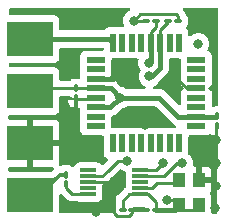
<source format=gbr>
%TF.GenerationSoftware,KiCad,Pcbnew,(6.0.10)*%
%TF.CreationDate,2023-05-20T13:35:36+10:00*%
%TF.ProjectId,DFO,44464f2e-6b69-4636-9164-5f7063625858,rev?*%
%TF.SameCoordinates,Original*%
%TF.FileFunction,Copper,L1,Top*%
%TF.FilePolarity,Positive*%
%FSLAX46Y46*%
G04 Gerber Fmt 4.6, Leading zero omitted, Abs format (unit mm)*
G04 Created by KiCad (PCBNEW (6.0.10)) date 2023-05-20 13:35:36*
%MOMM*%
%LPD*%
G01*
G04 APERTURE LIST*
G04 Aperture macros list*
%AMRoundRect*
0 Rectangle with rounded corners*
0 $1 Rounding radius*
0 $2 $3 $4 $5 $6 $7 $8 $9 X,Y pos of 4 corners*
0 Add a 4 corners polygon primitive as box body*
4,1,4,$2,$3,$4,$5,$6,$7,$8,$9,$2,$3,0*
0 Add four circle primitives for the rounded corners*
1,1,$1+$1,$2,$3*
1,1,$1+$1,$4,$5*
1,1,$1+$1,$6,$7*
1,1,$1+$1,$8,$9*
0 Add four rect primitives between the rounded corners*
20,1,$1+$1,$2,$3,$4,$5,0*
20,1,$1+$1,$4,$5,$6,$7,0*
20,1,$1+$1,$6,$7,$8,$9,0*
20,1,$1+$1,$8,$9,$2,$3,0*%
G04 Aperture macros list end*
%TA.AperFunction,SMDPad,CuDef*%
%ADD10R,1.100000X1.300000*%
%TD*%
%TA.AperFunction,SMDPad,CuDef*%
%ADD11R,4.000000X3.000000*%
%TD*%
%TA.AperFunction,SMDPad,CuDef*%
%ADD12RoundRect,0.100000X-0.100000X0.217500X-0.100000X-0.217500X0.100000X-0.217500X0.100000X0.217500X0*%
%TD*%
%TA.AperFunction,SMDPad,CuDef*%
%ADD13RoundRect,0.100000X-0.217500X-0.100000X0.217500X-0.100000X0.217500X0.100000X-0.217500X0.100000X0*%
%TD*%
%TA.AperFunction,SMDPad,CuDef*%
%ADD14RoundRect,0.100000X0.217500X0.100000X-0.217500X0.100000X-0.217500X-0.100000X0.217500X-0.100000X0*%
%TD*%
%TA.AperFunction,SMDPad,CuDef*%
%ADD15R,1.400000X0.300000*%
%TD*%
%TA.AperFunction,SMDPad,CuDef*%
%ADD16R,1.600000X0.550000*%
%TD*%
%TA.AperFunction,SMDPad,CuDef*%
%ADD17R,0.550000X1.600000*%
%TD*%
%TA.AperFunction,SMDPad,CuDef*%
%ADD18RoundRect,0.100000X0.100000X-0.217500X0.100000X0.217500X-0.100000X0.217500X-0.100000X-0.217500X0*%
%TD*%
%TA.AperFunction,ViaPad*%
%ADD19C,0.800000*%
%TD*%
%TA.AperFunction,Conductor*%
%ADD20C,0.250000*%
%TD*%
%TA.AperFunction,Conductor*%
%ADD21C,0.450000*%
%TD*%
%TA.AperFunction,Conductor*%
%ADD22C,0.456000*%
%TD*%
%TA.AperFunction,Conductor*%
%ADD23C,0.350000*%
%TD*%
G04 APERTURE END LIST*
D10*
%TO.P,X1,1,EN*%
%TO.N,+3.3V*%
X108809998Y-76610000D03*
%TO.P,X1,2,GND*%
%TO.N,GND*%
X108809998Y-74510000D03*
%TO.P,X1,3,OUT*%
%TO.N,Net-(U1-Pad2)*%
X107159998Y-74510000D03*
%TO.P,X1,4,Vdd*%
%TO.N,+3.3V*%
X107159998Y-76610000D03*
%TD*%
D11*
%TO.P,,1*%
%TO.N,Net-(H10-Pad1)*%
X94480000Y-75790000D03*
%TD*%
D12*
%TO.P,C2,1*%
%TO.N,+3.3V*%
X110330000Y-69082500D03*
%TO.P,C2,2*%
%TO.N,GND*%
X110330000Y-69897500D03*
%TD*%
D13*
%TO.P,C1,1*%
%TO.N,+3.3V*%
X102352500Y-77000000D03*
%TO.P,C1,2*%
%TO.N,GND*%
X103167500Y-77000000D03*
%TD*%
%TO.P,R1,1*%
%TO.N,+3.3V*%
X104332500Y-61010000D03*
%TO.P,R1,2*%
%TO.N,i2c-SCL*%
X105147500Y-61010000D03*
%TD*%
D14*
%TO.P,R2,1*%
%TO.N,+3.3V*%
X107037500Y-61010000D03*
%TO.P,R2,2*%
%TO.N,i2c-SDA*%
X106222500Y-61010000D03*
%TD*%
D12*
%TO.P,C6,1*%
%TO.N,+3.3V*%
X98410000Y-66722500D03*
%TO.P,C6,2*%
%TO.N,GND*%
X98410000Y-67537500D03*
%TD*%
D15*
%TO.P,U1,1,VDD*%
%TO.N,+3.3V*%
X103830000Y-75660000D03*
%TO.P,U1,2,XA*%
%TO.N,Net-(U1-Pad2)*%
X103830000Y-75160000D03*
%TO.P,U1,3,XB*%
%TO.N,unconnected-(U1-Pad3)*%
X103830000Y-74660000D03*
%TO.P,U1,4,SCL*%
%TO.N,i2c-SCL*%
X103830000Y-74160000D03*
%TO.P,U1,5,SDA*%
%TO.N,i2c-SDA*%
X103830000Y-73660000D03*
%TO.P,U1,6,CLK2*%
%TO.N,unconnected-(U1-Pad6)*%
X99430000Y-73660000D03*
%TO.P,U1,7,VDDO*%
%TO.N,+3.3V*%
X99430000Y-74160000D03*
%TO.P,U1,8,GND*%
%TO.N,GND*%
X99430000Y-74660000D03*
%TO.P,U1,9,CLK1*%
%TO.N,unconnected-(U1-Pad9)*%
X99430000Y-75160000D03*
%TO.P,U1,CLKOUT,CLK0*%
%TO.N,Net-(H10-Pad1)*%
X99430000Y-75660000D03*
%TD*%
D16*
%TO.P,U2,1,PD3*%
%TO.N,unconnected-(U2-Pad1)*%
X100080000Y-64320000D03*
%TO.P,U2,2,PD4*%
%TO.N,unconnected-(U2-Pad2)*%
X100080000Y-65120000D03*
%TO.P,U2,3,GND*%
%TO.N,GND*%
X100080000Y-65920000D03*
%TO.P,U2,4,VCC*%
%TO.N,+3.3V*%
X100080000Y-66720000D03*
%TO.P,U2,5,GND*%
%TO.N,GND*%
X100080000Y-67520000D03*
%TO.P,U2,6,VCC*%
%TO.N,+3.3V*%
X100080000Y-68320000D03*
%TO.P,U2,7,XTAL1/PB6*%
%TO.N,Net-(U2-Pad7)*%
X100080000Y-69120000D03*
%TO.P,U2,8,XTAL2/PB7*%
%TO.N,unconnected-(U2-Pad8)*%
X100080000Y-69920000D03*
D17*
%TO.P,U2,9,PD5*%
%TO.N,unconnected-(U2-Pad9)*%
X101530000Y-71370000D03*
%TO.P,U2,10,PD6*%
%TO.N,unconnected-(U2-Pad10)*%
X102330000Y-71370000D03*
%TO.P,U2,11,PD7*%
%TO.N,unconnected-(U2-Pad11)*%
X103130000Y-71370000D03*
%TO.P,U2,12,PB0*%
%TO.N,unconnected-(U2-Pad12)*%
X103930000Y-71370000D03*
%TO.P,U2,13,PB1*%
%TO.N,unconnected-(U2-Pad13)*%
X104730000Y-71370000D03*
%TO.P,U2,14,PB2*%
%TO.N,unconnected-(U2-Pad14)*%
X105530000Y-71370000D03*
%TO.P,U2,15,PB3*%
%TO.N,unconnected-(U2-Pad15)*%
X106330000Y-71370000D03*
%TO.P,U2,16,PB4*%
%TO.N,unconnected-(U2-Pad16)*%
X107130000Y-71370000D03*
D16*
%TO.P,U2,17,PB5*%
%TO.N,unconnected-(U2-Pad17)*%
X108580000Y-69920000D03*
%TO.P,U2,18,AVCC*%
%TO.N,+3.3V*%
X108580000Y-69120000D03*
%TO.P,U2,19,ADC6*%
%TO.N,unconnected-(U2-Pad19)*%
X108580000Y-68320000D03*
%TO.P,U2,20,AREF*%
%TO.N,unconnected-(U2-Pad20)*%
X108580000Y-67520000D03*
%TO.P,U2,21,GND*%
%TO.N,GND*%
X108580000Y-66720000D03*
%TO.P,U2,22,ADC7*%
%TO.N,unconnected-(U2-Pad22)*%
X108580000Y-65920000D03*
%TO.P,U2,23,PC0*%
%TO.N,unconnected-(U2-Pad23)*%
X108580000Y-65120000D03*
%TO.P,U2,24,PC1*%
%TO.N,unconnected-(U2-Pad24)*%
X108580000Y-64320000D03*
D17*
%TO.P,U2,25,PC2*%
%TO.N,unconnected-(U2-Pad25)*%
X107130000Y-62870000D03*
%TO.P,U2,26,PC3*%
%TO.N,unconnected-(U2-Pad26)*%
X106330000Y-62870000D03*
%TO.P,U2,27,PC4*%
%TO.N,i2c-SDA*%
X105530000Y-62870000D03*
%TO.P,U2,28,PC5*%
%TO.N,i2c-SCL*%
X104730000Y-62870000D03*
%TO.P,U2,29,~{RESET}/PC6*%
%TO.N,unconnected-(U2-Pad29)*%
X103930000Y-62870000D03*
%TO.P,U2,30,PD0*%
%TO.N,Rx*%
X103130000Y-62870000D03*
%TO.P,U2,31,PD1*%
%TO.N,Tx*%
X102330000Y-62870000D03*
%TO.P,U2,32,PD2*%
%TO.N,sense*%
X101530000Y-62870000D03*
%TD*%
D11*
%TO.P,,2*%
%TO.N,GND*%
X94480000Y-71380000D03*
%TD*%
%TO.P,,4*%
%TO.N,sense*%
X94480000Y-62540000D03*
%TD*%
%TO.P,,3*%
%TO.N,+3.3V*%
X94490000Y-66960000D03*
%TD*%
D18*
%TO.P,R3,1*%
%TO.N,Net-(H10-Pad1)*%
X97530000Y-74847500D03*
%TO.P,R3,2*%
X97530000Y-74032500D03*
%TD*%
D14*
%TO.P,C3,1*%
%TO.N,+3.3V*%
X105175000Y-77010000D03*
%TO.P,C3,2*%
%TO.N,GND*%
X104360000Y-77010000D03*
%TD*%
D19*
%TO.N,*%
X108760000Y-62950000D03*
%TO.N,+3.3V*%
X102120000Y-67510000D03*
X106080000Y-76170000D03*
X103300000Y-61000000D03*
X102750000Y-72840000D03*
%TO.N,Net-(R1-Pad2)*%
X104580000Y-64550000D03*
%TO.N,Net-(R2-Pad2)*%
X104620000Y-65720000D03*
%TO.N,GND*%
X98000000Y-68970000D03*
X97960000Y-76690000D03*
X108650000Y-71440000D03*
X110240000Y-73080000D03*
X102050000Y-65400000D03*
X99880000Y-71520000D03*
X104280000Y-69860000D03*
X98050000Y-64350000D03*
X100950000Y-60940000D03*
X110250000Y-71110000D03*
X106790000Y-64950000D03*
X110210000Y-76850000D03*
X98070000Y-60970000D03*
X100090000Y-77170000D03*
X101610000Y-74560000D03*
X108820000Y-60740000D03*
X110260000Y-74970000D03*
X108810000Y-73060000D03*
X98010000Y-72270000D03*
%TO.N,i2c-SCL*%
X107400000Y-73060000D03*
%TO.N,i2c-SDA*%
X105790000Y-73060000D03*
%TD*%
D20*
%TO.N,+3.3V*%
X100077500Y-66722500D02*
X100080000Y-66720000D01*
X98410000Y-66722500D02*
X100077500Y-66722500D01*
D21*
X105175000Y-77010000D02*
X106759998Y-77010000D01*
D22*
X94410000Y-67310000D02*
X94880000Y-67310000D01*
D20*
X106719998Y-76170000D02*
X107159998Y-76610000D01*
X94727500Y-66722500D02*
X94490000Y-66960000D01*
D21*
X100080000Y-66720000D02*
X101330000Y-66720000D01*
D20*
X104500000Y-75660000D02*
X105175000Y-76335000D01*
X101960000Y-72840000D02*
X102720000Y-72840000D01*
X105175000Y-76335000D02*
X105175000Y-77010000D01*
X104332500Y-61010000D02*
X104332500Y-60925000D01*
X102920000Y-75660000D02*
X102352500Y-76227500D01*
D21*
X100080000Y-68320000D02*
X101310000Y-68320000D01*
D20*
X94812500Y-67282500D02*
X94490000Y-66960000D01*
X98410000Y-66722500D02*
X94727500Y-66722500D01*
D21*
X102120000Y-67510000D02*
X105430000Y-67510000D01*
X101310000Y-68320000D02*
X102120000Y-67510000D01*
D20*
X107037500Y-60607500D02*
X107037500Y-61010000D01*
X103830000Y-75660000D02*
X104500000Y-75660000D01*
D21*
X105430000Y-67510000D02*
X107060000Y-69140000D01*
D20*
X106759998Y-77010000D02*
X107159998Y-76610000D01*
X103830000Y-75660000D02*
X102920000Y-75660000D01*
D21*
X101330000Y-66720000D02*
X102120000Y-67510000D01*
X107060000Y-69140000D02*
X108560000Y-69140000D01*
D22*
X95580000Y-67310000D02*
X96160000Y-67310000D01*
D20*
X106880000Y-60450000D02*
X107037500Y-60607500D01*
X103300000Y-61000000D02*
X103850000Y-60450000D01*
X104322500Y-61000000D02*
X104332500Y-61010000D01*
X99430000Y-74160000D02*
X100640000Y-74160000D01*
X110292500Y-69120000D02*
X110330000Y-69082500D01*
X101100000Y-73700000D02*
X101960000Y-72840000D01*
X106080000Y-76170000D02*
X106719998Y-76170000D01*
X94020000Y-67300000D02*
X94350000Y-67300000D01*
X95330000Y-67310000D02*
X94880000Y-67310000D01*
X100050000Y-66750000D02*
X100080000Y-66720000D01*
X102352500Y-76227500D02*
X102352500Y-77000000D01*
X108560000Y-69140000D02*
X108580000Y-69120000D01*
D22*
X94880000Y-67310000D02*
X95580000Y-67310000D01*
D20*
X100640000Y-74160000D02*
X101100000Y-73700000D01*
X103300000Y-61000000D02*
X104322500Y-61000000D01*
D22*
X94060000Y-67310000D02*
X94410000Y-67310000D01*
D20*
X103850000Y-60450000D02*
X106880000Y-60450000D01*
X107159998Y-77019996D02*
X108809998Y-77019996D01*
D21*
X108580000Y-69120000D02*
X110292500Y-69120000D01*
D23*
%TO.N,Net-(H10-Pad1)*%
X97027500Y-74032500D02*
X97530000Y-74032500D01*
X95270000Y-75790000D02*
X97027500Y-74032500D01*
D20*
X99430000Y-75660000D02*
X98100000Y-75660000D01*
X98100000Y-75660000D02*
X97560000Y-75120000D01*
X94480000Y-75790000D02*
X95270000Y-75790000D01*
%TO.N,Net-(U1-Pad2)*%
X107159998Y-74920007D02*
X106720001Y-74920002D01*
X106959998Y-74710000D02*
X107159998Y-74510000D01*
X104840000Y-75160000D02*
X105290000Y-74710000D01*
X105290000Y-74710000D02*
X106959998Y-74710000D01*
X107139998Y-74490000D02*
X107159998Y-74510000D01*
X103830000Y-75160000D02*
X104840000Y-75160000D01*
%TO.N,GND*%
X99932500Y-67667500D02*
X100080000Y-67520000D01*
X103167500Y-77000000D02*
X103167500Y-77252500D01*
X103167500Y-77252500D02*
X102870000Y-77550000D01*
X103167500Y-77000000D02*
X104350000Y-77000000D01*
X107770000Y-66720000D02*
X106790000Y-65740000D01*
X108580000Y-66720000D02*
X107770000Y-66720000D01*
X106790000Y-65740000D02*
X106790000Y-64950000D01*
X99430000Y-74660000D02*
X101510000Y-74660000D01*
X101610000Y-74560000D02*
X101610000Y-77270000D01*
X101510000Y-74660000D02*
X101610000Y-74560000D01*
X101610000Y-77270000D02*
X101890000Y-77550000D01*
D21*
X101530000Y-65920000D02*
X102050000Y-65400000D01*
D20*
X102870000Y-77550000D02*
X101890000Y-77550000D01*
X98410000Y-67667500D02*
X99932500Y-67667500D01*
X104350000Y-77000000D02*
X104360000Y-77010000D01*
D21*
X100080000Y-65920000D02*
X101530000Y-65920000D01*
%TO.N,sense*%
X101200000Y-62540000D02*
X101530000Y-62870000D01*
D20*
X94480000Y-62540000D02*
X95390000Y-61630000D01*
D21*
X94480000Y-62540000D02*
X101200000Y-62540000D01*
D20*
X94480000Y-62540000D02*
X95670000Y-63730000D01*
%TO.N,Tx*%
X102330000Y-62870000D02*
X102230000Y-62770000D01*
%TO.N,i2c-SCL*%
X105147500Y-61522500D02*
X105147500Y-61010000D01*
X104730000Y-62870000D02*
X104730000Y-61940000D01*
X104730000Y-61940000D02*
X105147500Y-61522500D01*
D21*
X104730000Y-62870000D02*
X104730000Y-64400000D01*
X104730000Y-64400000D02*
X104580000Y-64550000D01*
D20*
X107400000Y-73060000D02*
X106920000Y-73060000D01*
X105820000Y-74160000D02*
X103830000Y-74160000D01*
X106920000Y-73060000D02*
X105820000Y-74160000D01*
D21*
%TO.N,i2c-SDA*%
X104800000Y-65720000D02*
X105530000Y-64990000D01*
D20*
X105530000Y-61760000D02*
X105530000Y-62870000D01*
X106222500Y-61067500D02*
X105530000Y-61760000D01*
X105790000Y-73060000D02*
X105190000Y-73660000D01*
D21*
X105530000Y-64990000D02*
X105530000Y-62870000D01*
D20*
X105190000Y-73660000D02*
X103830000Y-73660000D01*
X105540000Y-62860000D02*
X105530000Y-62870000D01*
X106222500Y-61010000D02*
X106222500Y-61067500D01*
D21*
X104620000Y-65720000D02*
X104800000Y-65720000D01*
%TD*%
%TA.AperFunction,Conductor*%
%TO.N,GND*%
G36*
X110347174Y-69928502D02*
G01*
X110393667Y-69982158D01*
X110405052Y-70035051D01*
X110373691Y-77202958D01*
X110353391Y-77270991D01*
X110299532Y-77317249D01*
X110247436Y-77328407D01*
X109994242Y-77327892D01*
X109926162Y-77307751D01*
X109879778Y-77254001D01*
X109868498Y-77201892D01*
X109868498Y-75911866D01*
X109861743Y-75849684D01*
X109810613Y-75713295D01*
X109752045Y-75635148D01*
X109727197Y-75568642D01*
X109742250Y-75499259D01*
X109752045Y-75484018D01*
X109804784Y-75413648D01*
X109813322Y-75398054D01*
X109858476Y-75277606D01*
X109862103Y-75262351D01*
X109867629Y-75211486D01*
X109867998Y-75204672D01*
X109867998Y-74782115D01*
X109863523Y-74766876D01*
X109862133Y-74765671D01*
X109854450Y-74764000D01*
X108681998Y-74764000D01*
X108613877Y-74743998D01*
X108567384Y-74690342D01*
X108555998Y-74638000D01*
X108555998Y-74237885D01*
X109063998Y-74237885D01*
X109068473Y-74253124D01*
X109069863Y-74254329D01*
X109077546Y-74256000D01*
X109849882Y-74256000D01*
X109865121Y-74251525D01*
X109866326Y-74250135D01*
X109867997Y-74242452D01*
X109867997Y-73815331D01*
X109867627Y-73808510D01*
X109862103Y-73757648D01*
X109858477Y-73742396D01*
X109813322Y-73621946D01*
X109804784Y-73606351D01*
X109728283Y-73504276D01*
X109715722Y-73491715D01*
X109613647Y-73415214D01*
X109598052Y-73406676D01*
X109477604Y-73361522D01*
X109462349Y-73357895D01*
X109411484Y-73352369D01*
X109404670Y-73352000D01*
X109082113Y-73352000D01*
X109066874Y-73356475D01*
X109065669Y-73357865D01*
X109063998Y-73365548D01*
X109063998Y-74237885D01*
X108555998Y-74237885D01*
X108555998Y-73370116D01*
X108551523Y-73354877D01*
X108550133Y-73353672D01*
X108542450Y-73352001D01*
X108422751Y-73352001D01*
X108354630Y-73331999D01*
X108308137Y-73278343D01*
X108297441Y-73212831D01*
X108312814Y-73066565D01*
X108313504Y-73060000D01*
X108308357Y-73011029D01*
X108294232Y-72876635D01*
X108294232Y-72876633D01*
X108293542Y-72870072D01*
X108234527Y-72688444D01*
X108221708Y-72666240D01*
X108192256Y-72615229D01*
X108139040Y-72523056D01*
X108011253Y-72381134D01*
X107963329Y-72346315D01*
X107919975Y-72290092D01*
X107912127Y-72230769D01*
X107913500Y-72218134D01*
X107913500Y-70829500D01*
X107933502Y-70761379D01*
X107987158Y-70714886D01*
X108039500Y-70703500D01*
X109428134Y-70703500D01*
X109490316Y-70696745D01*
X109626705Y-70645615D01*
X109700017Y-70590671D01*
X109766522Y-70565823D01*
X109835904Y-70580876D01*
X109852286Y-70591535D01*
X109916828Y-70641061D01*
X109931007Y-70649247D01*
X110063649Y-70704189D01*
X110079469Y-70708428D01*
X110112040Y-70712716D01*
X110126222Y-70710505D01*
X110130000Y-70697348D01*
X110130000Y-70034500D01*
X110150002Y-69966379D01*
X110203658Y-69919886D01*
X110256000Y-69908500D01*
X110279053Y-69908500D01*
X110347174Y-69928502D01*
G37*
%TD.AperFunction*%
%TA.AperFunction,Conductor*%
G36*
X102217957Y-73582113D02*
G01*
X102247986Y-73598233D01*
X102254677Y-73603094D01*
X102293248Y-73631118D01*
X102299276Y-73633802D01*
X102299278Y-73633803D01*
X102342216Y-73652920D01*
X102467712Y-73708794D01*
X102520693Y-73720056D01*
X102521697Y-73720269D01*
X102584171Y-73753998D01*
X102618492Y-73816147D01*
X102621500Y-73843516D01*
X102621500Y-73858134D01*
X102621869Y-73861529D01*
X102621869Y-73861533D01*
X102625656Y-73896393D01*
X102625656Y-73923606D01*
X102621500Y-73961866D01*
X102621500Y-74358134D01*
X102621869Y-74361529D01*
X102621869Y-74361533D01*
X102625656Y-74396393D01*
X102625656Y-74423606D01*
X102621500Y-74461866D01*
X102621500Y-74858134D01*
X102621869Y-74861529D01*
X102621869Y-74861533D01*
X102625656Y-74896393D01*
X102625656Y-74923606D01*
X102621500Y-74961866D01*
X102621500Y-75028669D01*
X102601498Y-75096790D01*
X102559640Y-75137122D01*
X102535461Y-75151422D01*
X102535459Y-75151423D01*
X102528637Y-75155458D01*
X102514313Y-75169782D01*
X102499281Y-75182621D01*
X102482893Y-75194528D01*
X102454712Y-75228593D01*
X102446722Y-75237373D01*
X101960247Y-75723848D01*
X101951961Y-75731388D01*
X101945482Y-75735500D01*
X101940057Y-75741277D01*
X101898857Y-75785151D01*
X101896102Y-75787993D01*
X101876365Y-75807730D01*
X101873885Y-75810927D01*
X101866182Y-75819947D01*
X101835914Y-75852179D01*
X101832095Y-75859125D01*
X101832093Y-75859128D01*
X101826152Y-75869934D01*
X101815301Y-75886453D01*
X101802886Y-75902459D01*
X101799741Y-75909728D01*
X101799738Y-75909732D01*
X101785326Y-75943037D01*
X101780109Y-75953687D01*
X101758805Y-75992440D01*
X101756834Y-76000115D01*
X101756834Y-76000116D01*
X101753767Y-76012062D01*
X101747363Y-76030766D01*
X101739319Y-76049355D01*
X101738080Y-76057178D01*
X101738077Y-76057188D01*
X101732401Y-76093024D01*
X101729995Y-76104644D01*
X101720972Y-76139789D01*
X101719000Y-76147470D01*
X101719000Y-76167724D01*
X101717449Y-76187434D01*
X101714280Y-76207443D01*
X101715026Y-76215335D01*
X101718441Y-76251461D01*
X101719000Y-76263319D01*
X101719000Y-76399801D01*
X101698998Y-76467922D01*
X101692962Y-76476505D01*
X101603476Y-76593125D01*
X101542162Y-76741150D01*
X101526500Y-76860115D01*
X101526501Y-77139884D01*
X101527039Y-77143971D01*
X101530197Y-77167958D01*
X101519257Y-77238107D01*
X101472129Y-77291205D01*
X101405018Y-77310404D01*
X97114243Y-77301668D01*
X97046164Y-77281527D01*
X96999780Y-77227777D01*
X96988500Y-77175668D01*
X96988500Y-75748594D01*
X97008502Y-75680473D01*
X97062158Y-75633980D01*
X97132432Y-75623876D01*
X97197012Y-75653370D01*
X97203595Y-75659499D01*
X97596343Y-76052247D01*
X97603887Y-76060537D01*
X97608000Y-76067018D01*
X97613777Y-76072443D01*
X97657667Y-76113658D01*
X97660509Y-76116413D01*
X97680230Y-76136134D01*
X97683425Y-76138612D01*
X97692447Y-76146318D01*
X97724679Y-76176586D01*
X97731628Y-76180406D01*
X97742432Y-76186346D01*
X97758956Y-76197199D01*
X97774959Y-76209613D01*
X97815543Y-76227176D01*
X97826173Y-76232383D01*
X97864940Y-76253695D01*
X97872617Y-76255666D01*
X97872622Y-76255668D01*
X97884558Y-76258732D01*
X97903266Y-76265137D01*
X97921855Y-76273181D01*
X97929683Y-76274421D01*
X97929690Y-76274423D01*
X97965524Y-76280099D01*
X97977144Y-76282505D01*
X98012289Y-76291528D01*
X98019970Y-76293500D01*
X98040224Y-76293500D01*
X98059934Y-76295051D01*
X98079943Y-76298220D01*
X98087835Y-76297474D01*
X98123961Y-76294059D01*
X98135819Y-76293500D01*
X98548174Y-76293500D01*
X98592404Y-76301518D01*
X98619684Y-76311745D01*
X98681866Y-76318500D01*
X100178134Y-76318500D01*
X100240316Y-76311745D01*
X100376705Y-76260615D01*
X100493261Y-76173261D01*
X100580615Y-76056705D01*
X100631745Y-75920316D01*
X100638500Y-75858134D01*
X100638500Y-75461866D01*
X100634344Y-75423606D01*
X100634344Y-75396393D01*
X100638131Y-75361533D01*
X100638131Y-75361529D01*
X100638500Y-75358134D01*
X100638500Y-74961866D01*
X100634783Y-74927652D01*
X100647311Y-74857771D01*
X100695631Y-74805755D01*
X100737114Y-74790760D01*
X100739889Y-74790673D01*
X100759343Y-74785021D01*
X100778700Y-74781013D01*
X100790930Y-74779468D01*
X100790931Y-74779468D01*
X100798797Y-74778474D01*
X100806168Y-74775555D01*
X100806170Y-74775555D01*
X100839912Y-74762196D01*
X100851142Y-74758351D01*
X100885983Y-74748229D01*
X100885984Y-74748229D01*
X100893593Y-74746018D01*
X100900412Y-74741985D01*
X100900417Y-74741983D01*
X100911028Y-74735707D01*
X100928776Y-74727012D01*
X100947617Y-74719552D01*
X100983387Y-74693564D01*
X100993307Y-74687048D01*
X101024535Y-74668580D01*
X101024538Y-74668578D01*
X101031362Y-74664542D01*
X101045683Y-74650221D01*
X101060717Y-74637380D01*
X101070694Y-74630131D01*
X101077107Y-74625472D01*
X101105298Y-74591395D01*
X101113288Y-74582616D01*
X102084830Y-73611074D01*
X102147142Y-73577048D01*
X102217957Y-73582113D01*
G37*
%TD.AperFunction*%
%TA.AperFunction,Conductor*%
G36*
X104013813Y-76802879D02*
G01*
X104046548Y-76810000D01*
X104223000Y-76810000D01*
X104291121Y-76830002D01*
X104337614Y-76883658D01*
X104349000Y-76935999D01*
X104349001Y-77083999D01*
X104328999Y-77152120D01*
X104275344Y-77198613D01*
X104223001Y-77210000D01*
X103540470Y-77210000D01*
X103513687Y-77207121D01*
X103480952Y-77200000D01*
X103304500Y-77200000D01*
X103236379Y-77179998D01*
X103189886Y-77126342D01*
X103178500Y-77074001D01*
X103178499Y-76926001D01*
X103198501Y-76857880D01*
X103252156Y-76811387D01*
X103304499Y-76800000D01*
X103987030Y-76800000D01*
X104013813Y-76802879D01*
G37*
%TD.AperFunction*%
%TA.AperFunction,Conductor*%
G36*
X97877922Y-67376002D02*
G01*
X97886505Y-67382038D01*
X98003125Y-67471524D01*
X98060021Y-67495091D01*
X98115302Y-67539639D01*
X98137723Y-67607003D01*
X98120165Y-67675794D01*
X98068203Y-67724172D01*
X98011803Y-67737500D01*
X97720116Y-67737500D01*
X97704877Y-67741975D01*
X97703672Y-67743365D01*
X97702001Y-67751048D01*
X97702001Y-67790723D01*
X97702539Y-67798935D01*
X97716572Y-67905533D01*
X97720810Y-67921348D01*
X97775753Y-68053993D01*
X97783941Y-68068176D01*
X97871344Y-68182080D01*
X97882920Y-68193656D01*
X97996824Y-68281059D01*
X98011007Y-68289247D01*
X98143649Y-68344189D01*
X98159469Y-68348428D01*
X98192040Y-68352716D01*
X98206222Y-68350505D01*
X98210000Y-68337348D01*
X98210000Y-67755614D01*
X98196606Y-67709997D01*
X98196606Y-67639001D01*
X98234990Y-67579275D01*
X98299571Y-67549782D01*
X98317501Y-67548500D01*
X98413205Y-67548499D01*
X98504622Y-67548499D01*
X98572742Y-67568501D01*
X98619235Y-67622156D01*
X98629340Y-67692430D01*
X98616758Y-67719981D01*
X98610000Y-67751048D01*
X98610000Y-68336965D01*
X98614044Y-68350736D01*
X98627582Y-68352765D01*
X98629058Y-68352571D01*
X98699206Y-68363513D01*
X98752303Y-68410643D01*
X98771500Y-68477494D01*
X98771500Y-68643134D01*
X98771869Y-68646531D01*
X98778255Y-68705316D01*
X98775826Y-68705580D01*
X98775826Y-68734420D01*
X98778255Y-68734684D01*
X98771500Y-68796866D01*
X98771500Y-69443134D01*
X98771869Y-69446531D01*
X98778255Y-69505316D01*
X98775826Y-69505580D01*
X98775826Y-69534420D01*
X98778255Y-69534684D01*
X98771500Y-69596866D01*
X98771500Y-70243134D01*
X98778255Y-70305316D01*
X98829385Y-70441705D01*
X98916739Y-70558261D01*
X99033295Y-70645615D01*
X99169684Y-70696745D01*
X99231866Y-70703500D01*
X100620500Y-70703500D01*
X100688621Y-70723502D01*
X100735114Y-70777158D01*
X100746500Y-70829500D01*
X100746500Y-72218134D01*
X100753255Y-72280316D01*
X100804385Y-72416705D01*
X100891739Y-72533261D01*
X101008295Y-72620615D01*
X101016700Y-72623766D01*
X101016702Y-72623767D01*
X101021422Y-72625536D01*
X101025198Y-72626952D01*
X101081963Y-72669591D01*
X101106664Y-72736152D01*
X101091458Y-72805502D01*
X101070065Y-72834029D01*
X100709161Y-73194933D01*
X100646849Y-73228959D01*
X100576034Y-73223894D01*
X100519242Y-73181405D01*
X100493261Y-73146739D01*
X100376705Y-73059385D01*
X100240316Y-73008255D01*
X100178134Y-73001500D01*
X98681866Y-73001500D01*
X98619684Y-73008255D01*
X98483295Y-73059385D01*
X98366739Y-73146739D01*
X98279385Y-73263295D01*
X98276233Y-73271704D01*
X98276232Y-73271705D01*
X98256712Y-73323775D01*
X98214071Y-73380540D01*
X98147510Y-73405240D01*
X98078161Y-73390033D01*
X98062026Y-73379508D01*
X97989393Y-73323775D01*
X97936875Y-73283476D01*
X97788850Y-73222162D01*
X97717974Y-73212831D01*
X97673972Y-73207038D01*
X97673971Y-73207038D01*
X97669885Y-73206500D01*
X97530017Y-73206500D01*
X97390116Y-73206501D01*
X97386031Y-73207039D01*
X97386027Y-73207039D01*
X97279337Y-73221084D01*
X97279335Y-73221084D01*
X97271150Y-73222162D01*
X97123124Y-73283476D01*
X97114052Y-73290437D01*
X97114008Y-73290471D01*
X97111456Y-73291458D01*
X97109422Y-73292632D01*
X97109239Y-73292315D01*
X97047788Y-73316072D01*
X96978239Y-73301807D01*
X96927443Y-73252206D01*
X96911527Y-73183017D01*
X96926785Y-73129999D01*
X96933322Y-73118060D01*
X96978478Y-72997606D01*
X96982105Y-72982351D01*
X96987631Y-72931486D01*
X96988000Y-72924672D01*
X96988000Y-71652115D01*
X96983525Y-71636876D01*
X96982135Y-71635671D01*
X96974452Y-71634000D01*
X94752115Y-71634000D01*
X94736876Y-71638475D01*
X94735671Y-71639865D01*
X94734000Y-71647548D01*
X94734000Y-73369884D01*
X94738475Y-73385123D01*
X94739865Y-73386328D01*
X94747548Y-73387999D01*
X96401196Y-73387999D01*
X96469317Y-73408001D01*
X96515810Y-73461657D01*
X96525914Y-73531931D01*
X96496420Y-73596511D01*
X96490291Y-73603094D01*
X96348790Y-73744595D01*
X96286478Y-73778621D01*
X96259695Y-73781500D01*
X92772677Y-73781500D01*
X92704556Y-73761498D01*
X92658063Y-73707842D01*
X92646678Y-73654948D01*
X92647298Y-73513448D01*
X92667599Y-73445415D01*
X92721457Y-73399158D01*
X92773297Y-73388000D01*
X94207885Y-73388000D01*
X94223124Y-73383525D01*
X94224329Y-73382135D01*
X94226000Y-73374452D01*
X94226000Y-71107885D01*
X94734000Y-71107885D01*
X94738475Y-71123124D01*
X94739865Y-71124329D01*
X94747548Y-71126000D01*
X96969884Y-71126000D01*
X96985123Y-71121525D01*
X96986328Y-71120135D01*
X96987999Y-71112452D01*
X96987999Y-69835331D01*
X96987629Y-69828510D01*
X96982105Y-69777648D01*
X96978479Y-69762396D01*
X96933324Y-69641946D01*
X96924786Y-69626351D01*
X96848285Y-69524276D01*
X96835724Y-69511715D01*
X96733649Y-69435214D01*
X96718054Y-69426676D01*
X96597606Y-69381522D01*
X96582351Y-69377895D01*
X96531486Y-69372369D01*
X96524672Y-69372000D01*
X94752115Y-69372000D01*
X94736876Y-69376475D01*
X94735671Y-69377865D01*
X94734000Y-69385548D01*
X94734000Y-71107885D01*
X94226000Y-71107885D01*
X94226000Y-69390116D01*
X94221525Y-69374877D01*
X94220135Y-69373672D01*
X94212452Y-69372001D01*
X92792009Y-69372001D01*
X92723888Y-69351999D01*
X92677395Y-69298343D01*
X92666010Y-69245449D01*
X92666674Y-69093948D01*
X92686975Y-69025915D01*
X92740834Y-68979658D01*
X92792673Y-68968500D01*
X96538134Y-68968500D01*
X96600316Y-68961745D01*
X96736705Y-68910615D01*
X96853261Y-68823261D01*
X96940615Y-68706705D01*
X96991745Y-68570316D01*
X96998500Y-68508134D01*
X96998500Y-67482000D01*
X97018502Y-67413879D01*
X97072158Y-67367386D01*
X97124500Y-67356000D01*
X97809801Y-67356000D01*
X97877922Y-67376002D01*
G37*
%TD.AperFunction*%
%TA.AperFunction,Conductor*%
G36*
X105142105Y-68263502D02*
G01*
X105163079Y-68280405D01*
X106495252Y-69612577D01*
X106507639Y-69626989D01*
X106519900Y-69643651D01*
X106525483Y-69648394D01*
X106558720Y-69676631D01*
X106566236Y-69683561D01*
X106571620Y-69688945D01*
X106574481Y-69691208D01*
X106574486Y-69691213D01*
X106593091Y-69705932D01*
X106596493Y-69708721D01*
X106644672Y-69749653D01*
X106644676Y-69749656D01*
X106650251Y-69754392D01*
X106656772Y-69757721D01*
X106661451Y-69760842D01*
X106666205Y-69763778D01*
X106671943Y-69768318D01*
X106678570Y-69771415D01*
X106678571Y-69771416D01*
X106735854Y-69798189D01*
X106739761Y-69800099D01*
X106797829Y-69829749D01*
X106849400Y-69878541D01*
X106866407Y-69947471D01*
X106843447Y-70014653D01*
X106787811Y-70058756D01*
X106754140Y-70067228D01*
X106744688Y-70068255D01*
X106744424Y-70065826D01*
X106715580Y-70065826D01*
X106715316Y-70068255D01*
X106656531Y-70061869D01*
X106653134Y-70061500D01*
X106006866Y-70061500D01*
X105944684Y-70068255D01*
X105944420Y-70065826D01*
X105915580Y-70065826D01*
X105915316Y-70068255D01*
X105856531Y-70061869D01*
X105853134Y-70061500D01*
X105206866Y-70061500D01*
X105144684Y-70068255D01*
X105144420Y-70065826D01*
X105115580Y-70065826D01*
X105115316Y-70068255D01*
X105056531Y-70061869D01*
X105053134Y-70061500D01*
X104406866Y-70061500D01*
X104344684Y-70068255D01*
X104344420Y-70065826D01*
X104315580Y-70065826D01*
X104315316Y-70068255D01*
X104256531Y-70061869D01*
X104253134Y-70061500D01*
X103606866Y-70061500D01*
X103544684Y-70068255D01*
X103544420Y-70065826D01*
X103515580Y-70065826D01*
X103515316Y-70068255D01*
X103456531Y-70061869D01*
X103453134Y-70061500D01*
X102806866Y-70061500D01*
X102744684Y-70068255D01*
X102744420Y-70065826D01*
X102715580Y-70065826D01*
X102715316Y-70068255D01*
X102656531Y-70061869D01*
X102653134Y-70061500D01*
X102006866Y-70061500D01*
X101944684Y-70068255D01*
X101944420Y-70065826D01*
X101915580Y-70065826D01*
X101915316Y-70068255D01*
X101856531Y-70061869D01*
X101853134Y-70061500D01*
X101514500Y-70061500D01*
X101446379Y-70041498D01*
X101399886Y-69987842D01*
X101388500Y-69935500D01*
X101388500Y-69596866D01*
X101381745Y-69534684D01*
X101384174Y-69534420D01*
X101384174Y-69505580D01*
X101381745Y-69505316D01*
X101388131Y-69446531D01*
X101388500Y-69443134D01*
X101388500Y-69159106D01*
X101408502Y-69090985D01*
X101462158Y-69044492D01*
X101478686Y-69038826D01*
X101479890Y-69038686D01*
X101546210Y-69014613D01*
X101550356Y-69013190D01*
X101610458Y-68993720D01*
X101610462Y-68993718D01*
X101617420Y-68991464D01*
X101623672Y-68987670D01*
X101628788Y-68985328D01*
X101633789Y-68982824D01*
X101640667Y-68980327D01*
X101646784Y-68976317D01*
X101646789Y-68976314D01*
X101699654Y-68941653D01*
X101703376Y-68939305D01*
X101758848Y-68905644D01*
X101758849Y-68905643D01*
X101763645Y-68902733D01*
X101771755Y-68895571D01*
X101771770Y-68895588D01*
X101775078Y-68892655D01*
X101777583Y-68890561D01*
X101783706Y-68886546D01*
X101835132Y-68832259D01*
X101837510Y-68829815D01*
X102231434Y-68435892D01*
X102294332Y-68401741D01*
X102402288Y-68378794D01*
X102436610Y-68363513D01*
X102570722Y-68303803D01*
X102570724Y-68303802D01*
X102576752Y-68301118D01*
X102611802Y-68275653D01*
X102622935Y-68267564D01*
X102689803Y-68243706D01*
X102696996Y-68243500D01*
X105073984Y-68243500D01*
X105142105Y-68263502D01*
G37*
%TD.AperFunction*%
%TA.AperFunction,Conductor*%
G36*
X108557596Y-59927219D02*
G01*
X110322786Y-59928160D01*
X110390896Y-59948198D01*
X110437361Y-60001879D01*
X110448718Y-60054709D01*
X110413523Y-68099079D01*
X110413383Y-68131052D01*
X110393083Y-68199085D01*
X110339224Y-68245343D01*
X110287386Y-68256501D01*
X110190116Y-68256501D01*
X110186031Y-68257039D01*
X110186027Y-68257039D01*
X110079337Y-68271084D01*
X110079335Y-68271084D01*
X110071150Y-68272162D01*
X110062722Y-68275653D01*
X110061992Y-68275731D01*
X110055541Y-68277460D01*
X110055272Y-68276454D01*
X109992133Y-68283245D01*
X109928645Y-68251468D01*
X109892415Y-68190411D01*
X109888500Y-68159246D01*
X109888500Y-67996866D01*
X109881745Y-67934684D01*
X109884174Y-67934420D01*
X109884174Y-67905580D01*
X109881745Y-67905316D01*
X109888131Y-67846531D01*
X109888500Y-67843134D01*
X109888500Y-67196866D01*
X109881745Y-67134684D01*
X109883884Y-67134452D01*
X109883834Y-67105488D01*
X109881252Y-67105207D01*
X109887631Y-67046486D01*
X109888000Y-67039672D01*
X109888000Y-66992115D01*
X109883525Y-66976876D01*
X109882135Y-66975671D01*
X109861217Y-66971121D01*
X109861482Y-66969903D01*
X109807313Y-66953998D01*
X109774608Y-66923565D01*
X109748643Y-66888920D01*
X109748642Y-66888919D01*
X109743261Y-66881739D01*
X109661985Y-66820826D01*
X109619470Y-66763967D01*
X109614444Y-66693148D01*
X109648504Y-66630855D01*
X109661985Y-66619174D01*
X109736081Y-66563642D01*
X109743261Y-66558261D01*
X109774608Y-66516435D01*
X109831467Y-66473920D01*
X109861074Y-66468587D01*
X109885123Y-66461525D01*
X109886328Y-66460135D01*
X109887999Y-66452452D01*
X109887999Y-66400331D01*
X109887629Y-66393510D01*
X109881252Y-66334793D01*
X109883998Y-66334495D01*
X109883940Y-66305554D01*
X109881745Y-66305316D01*
X109888131Y-66246531D01*
X109888500Y-66243134D01*
X109888500Y-65596866D01*
X109881745Y-65534684D01*
X109884174Y-65534420D01*
X109884174Y-65505580D01*
X109881745Y-65505316D01*
X109888131Y-65446531D01*
X109888500Y-65443134D01*
X109888500Y-64796866D01*
X109881745Y-64734684D01*
X109884174Y-64734420D01*
X109884174Y-64705580D01*
X109881745Y-64705316D01*
X109888131Y-64646531D01*
X109888500Y-64643134D01*
X109888500Y-63996866D01*
X109881745Y-63934684D01*
X109830615Y-63798295D01*
X109743261Y-63681739D01*
X109626705Y-63594385D01*
X109610004Y-63588124D01*
X109553240Y-63545484D01*
X109528539Y-63478923D01*
X109545114Y-63407142D01*
X109591223Y-63327279D01*
X109591224Y-63327278D01*
X109594527Y-63321556D01*
X109653542Y-63139928D01*
X109673504Y-62950000D01*
X109653542Y-62760072D01*
X109594527Y-62578444D01*
X109499040Y-62413056D01*
X109371253Y-62271134D01*
X109216752Y-62158882D01*
X109210724Y-62156198D01*
X109210722Y-62156197D01*
X109048319Y-62083891D01*
X109048318Y-62083891D01*
X109042288Y-62081206D01*
X108948888Y-62061353D01*
X108861944Y-62042872D01*
X108861939Y-62042872D01*
X108855487Y-62041500D01*
X108664513Y-62041500D01*
X108658061Y-62042872D01*
X108658056Y-62042872D01*
X108571112Y-62061353D01*
X108477712Y-62081206D01*
X108471682Y-62083891D01*
X108471681Y-62083891D01*
X108309278Y-62156197D01*
X108309276Y-62156198D01*
X108303248Y-62158882D01*
X108148747Y-62271134D01*
X108133134Y-62288474D01*
X108072691Y-62325712D01*
X108001707Y-62324361D01*
X107942722Y-62284847D01*
X107914464Y-62219717D01*
X107913500Y-62204162D01*
X107913500Y-62021866D01*
X107906745Y-61959684D01*
X107855615Y-61823295D01*
X107768261Y-61706739D01*
X107740618Y-61686022D01*
X107698105Y-61629163D01*
X107693080Y-61558345D01*
X107716221Y-61508495D01*
X107786524Y-61416875D01*
X107847838Y-61268850D01*
X107863500Y-61149885D01*
X107863499Y-60870116D01*
X107847838Y-60751150D01*
X107797012Y-60628444D01*
X107789684Y-60610752D01*
X107789683Y-60610750D01*
X107786524Y-60603124D01*
X107736093Y-60537402D01*
X107694014Y-60482564D01*
X107694013Y-60482563D01*
X107688987Y-60476013D01*
X107682434Y-60470984D01*
X107676598Y-60465149D01*
X107677962Y-60463785D01*
X107644280Y-60419166D01*
X107639700Y-60407598D01*
X107635855Y-60396368D01*
X107625730Y-60361517D01*
X107625730Y-60361516D01*
X107623519Y-60353907D01*
X107613205Y-60336466D01*
X107604508Y-60318713D01*
X107599972Y-60307258D01*
X107597052Y-60299883D01*
X107571063Y-60264112D01*
X107564547Y-60254192D01*
X107546078Y-60222963D01*
X107542042Y-60216138D01*
X107527718Y-60201814D01*
X107514883Y-60186787D01*
X107502972Y-60170393D01*
X107478044Y-60149771D01*
X107438306Y-60090938D01*
X107436683Y-60019960D01*
X107473692Y-59959372D01*
X107537582Y-59928411D01*
X107558423Y-59926686D01*
X108557596Y-59927219D01*
G37*
%TD.AperFunction*%
%TA.AperFunction,Conductor*%
G36*
X106806866Y-64178500D02*
G01*
X107145500Y-64178500D01*
X107213621Y-64198502D01*
X107260114Y-64252158D01*
X107271500Y-64304500D01*
X107271500Y-64643134D01*
X107271869Y-64646531D01*
X107278255Y-64705316D01*
X107275826Y-64705580D01*
X107275826Y-64734420D01*
X107278255Y-64734684D01*
X107271500Y-64796866D01*
X107271500Y-65443134D01*
X107271869Y-65446531D01*
X107278255Y-65505316D01*
X107275826Y-65505580D01*
X107275826Y-65534420D01*
X107278255Y-65534684D01*
X107271500Y-65596866D01*
X107271500Y-66243134D01*
X107271869Y-66246531D01*
X107278255Y-66305316D01*
X107276116Y-66305548D01*
X107276166Y-66334512D01*
X107278748Y-66334793D01*
X107272369Y-66393514D01*
X107272000Y-66400328D01*
X107272000Y-66447885D01*
X107276475Y-66463124D01*
X107277865Y-66464329D01*
X107298783Y-66468879D01*
X107298518Y-66470097D01*
X107352687Y-66486002D01*
X107385392Y-66516435D01*
X107416739Y-66558261D01*
X107423919Y-66563642D01*
X107498015Y-66619174D01*
X107540530Y-66676033D01*
X107545556Y-66746852D01*
X107511496Y-66809145D01*
X107498016Y-66820825D01*
X107416739Y-66881739D01*
X107411358Y-66888919D01*
X107411357Y-66888920D01*
X107385392Y-66923565D01*
X107328533Y-66966080D01*
X107298926Y-66971413D01*
X107274877Y-66978475D01*
X107273672Y-66979865D01*
X107272001Y-66987548D01*
X107272001Y-67039669D01*
X107272371Y-67046490D01*
X107278748Y-67105207D01*
X107276002Y-67105505D01*
X107276060Y-67134446D01*
X107278255Y-67134684D01*
X107271500Y-67196866D01*
X107271500Y-67843134D01*
X107271869Y-67846531D01*
X107278255Y-67905316D01*
X107275826Y-67905580D01*
X107275826Y-67934420D01*
X107278255Y-67934684D01*
X107271500Y-67996866D01*
X107271500Y-68009984D01*
X107251498Y-68078105D01*
X107197842Y-68124598D01*
X107127568Y-68134702D01*
X107062988Y-68105208D01*
X107056405Y-68099079D01*
X105994748Y-67037423D01*
X105982361Y-67023010D01*
X105974441Y-67012248D01*
X105970100Y-67006349D01*
X105931280Y-66973369D01*
X105923764Y-66966439D01*
X105918380Y-66961055D01*
X105915519Y-66958792D01*
X105915514Y-66958787D01*
X105896909Y-66944068D01*
X105893507Y-66941279D01*
X105845328Y-66900347D01*
X105845324Y-66900344D01*
X105839749Y-66895608D01*
X105833228Y-66892279D01*
X105828549Y-66889158D01*
X105823795Y-66886222D01*
X105818057Y-66881682D01*
X105754147Y-66851811D01*
X105750239Y-66849901D01*
X105687418Y-66817824D01*
X105680306Y-66816084D01*
X105675020Y-66814118D01*
X105669735Y-66812360D01*
X105663105Y-66809261D01*
X105594032Y-66794894D01*
X105589748Y-66793924D01*
X105521279Y-66777170D01*
X105515677Y-66776822D01*
X105515674Y-66776822D01*
X105510480Y-66776500D01*
X105510481Y-66776476D01*
X105506066Y-66776212D01*
X105502816Y-66775922D01*
X105495648Y-66774431D01*
X105429851Y-66776211D01*
X105420877Y-66776454D01*
X105417469Y-66776500D01*
X105073478Y-66776500D01*
X105005357Y-66756498D01*
X104958864Y-66702842D01*
X104948760Y-66632568D01*
X104978254Y-66567988D01*
X105022230Y-66535393D01*
X105070719Y-66513805D01*
X105070726Y-66513801D01*
X105076752Y-66511118D01*
X105231253Y-66398866D01*
X105289213Y-66334495D01*
X105354621Y-66261852D01*
X105354622Y-66261851D01*
X105359040Y-66256944D01*
X105430875Y-66132523D01*
X105450897Y-66106429D01*
X106002580Y-65554745D01*
X106016994Y-65542358D01*
X106027752Y-65534441D01*
X106033651Y-65530100D01*
X106066631Y-65491280D01*
X106073561Y-65483764D01*
X106078945Y-65478380D01*
X106081208Y-65475519D01*
X106081213Y-65475514D01*
X106095932Y-65456909D01*
X106098721Y-65453507D01*
X106139653Y-65405328D01*
X106139656Y-65405324D01*
X106144392Y-65399749D01*
X106147721Y-65393228D01*
X106150842Y-65388549D01*
X106153778Y-65383795D01*
X106158318Y-65378057D01*
X106174834Y-65342721D01*
X106188189Y-65314146D01*
X106190099Y-65310239D01*
X106222176Y-65247418D01*
X106223916Y-65240306D01*
X106225882Y-65235020D01*
X106227640Y-65229735D01*
X106230739Y-65223105D01*
X106245106Y-65154032D01*
X106246076Y-65149748D01*
X106259882Y-65093326D01*
X106262830Y-65081279D01*
X106263500Y-65070480D01*
X106263524Y-65070481D01*
X106263788Y-65066066D01*
X106264078Y-65062816D01*
X106265569Y-65055648D01*
X106263546Y-64980877D01*
X106263500Y-64977469D01*
X106263500Y-64304500D01*
X106283502Y-64236379D01*
X106337158Y-64189886D01*
X106389500Y-64178500D01*
X106653134Y-64178500D01*
X106715316Y-64171745D01*
X106715580Y-64174174D01*
X106744420Y-64174174D01*
X106744684Y-64171745D01*
X106806866Y-64178500D01*
G37*
%TD.AperFunction*%
%TA.AperFunction,Conductor*%
G36*
X103559314Y-64173334D02*
G01*
X103586594Y-64176298D01*
X103652156Y-64203540D01*
X103692581Y-64261904D01*
X103695036Y-64332858D01*
X103692818Y-64340497D01*
X103686458Y-64360072D01*
X103685768Y-64366638D01*
X103685767Y-64366642D01*
X103672406Y-64493767D01*
X103666496Y-64550000D01*
X103667186Y-64556565D01*
X103684364Y-64720000D01*
X103686458Y-64739928D01*
X103745473Y-64921556D01*
X103748776Y-64927278D01*
X103748777Y-64927279D01*
X103779722Y-64980877D01*
X103840960Y-65086944D01*
X103845378Y-65091851D01*
X103846450Y-65093326D01*
X103870309Y-65160194D01*
X103853633Y-65230387D01*
X103840037Y-65253936D01*
X103785473Y-65348444D01*
X103726458Y-65530072D01*
X103725768Y-65536633D01*
X103725768Y-65536635D01*
X103714725Y-65641705D01*
X103706496Y-65720000D01*
X103707186Y-65726565D01*
X103725066Y-65896680D01*
X103726458Y-65909928D01*
X103785473Y-66091556D01*
X103880960Y-66256944D01*
X103885378Y-66261851D01*
X103885379Y-66261852D01*
X103950787Y-66334495D01*
X104008747Y-66398866D01*
X104163248Y-66511118D01*
X104169274Y-66513801D01*
X104169281Y-66513805D01*
X104217770Y-66535393D01*
X104271866Y-66581373D01*
X104292516Y-66649300D01*
X104273164Y-66717608D01*
X104219953Y-66764610D01*
X104166522Y-66776500D01*
X102696996Y-66776500D01*
X102628875Y-66756498D01*
X102622935Y-66752436D01*
X102582094Y-66722763D01*
X102582093Y-66722762D01*
X102576752Y-66718882D01*
X102570724Y-66716198D01*
X102570722Y-66716197D01*
X102408319Y-66643891D01*
X102408318Y-66643891D01*
X102402288Y-66641206D01*
X102294332Y-66618259D01*
X102231434Y-66584108D01*
X101894745Y-66247420D01*
X101882358Y-66233006D01*
X101874441Y-66222248D01*
X101870100Y-66216349D01*
X101831280Y-66183369D01*
X101823764Y-66176439D01*
X101818380Y-66171055D01*
X101815519Y-66168792D01*
X101815514Y-66168787D01*
X101796909Y-66154068D01*
X101793507Y-66151279D01*
X101745328Y-66110347D01*
X101745324Y-66110344D01*
X101739749Y-66105608D01*
X101733228Y-66102279D01*
X101728549Y-66099158D01*
X101723795Y-66096222D01*
X101718057Y-66091682D01*
X101704341Y-66085271D01*
X101654146Y-66061811D01*
X101650239Y-66059901D01*
X101587418Y-66027824D01*
X101580306Y-66026084D01*
X101575020Y-66024118D01*
X101569735Y-66022360D01*
X101563105Y-66019261D01*
X101494032Y-66004894D01*
X101489748Y-66003924D01*
X101421279Y-65987170D01*
X101415677Y-65986822D01*
X101415674Y-65986822D01*
X101410480Y-65986500D01*
X101410481Y-65986476D01*
X101406066Y-65986212D01*
X101402816Y-65985922D01*
X101395648Y-65984431D01*
X101329851Y-65986211D01*
X101320877Y-65986454D01*
X101317469Y-65986500D01*
X101316941Y-65986500D01*
X101248820Y-65966498D01*
X101202327Y-65912842D01*
X101192223Y-65842568D01*
X101221717Y-65777988D01*
X101230005Y-65770266D01*
X101229731Y-65769992D01*
X101236081Y-65763642D01*
X101243261Y-65758261D01*
X101274608Y-65716435D01*
X101331467Y-65673920D01*
X101361074Y-65668587D01*
X101385123Y-65661525D01*
X101386328Y-65660135D01*
X101387999Y-65652452D01*
X101387999Y-65600331D01*
X101387629Y-65593510D01*
X101381252Y-65534793D01*
X101383998Y-65534495D01*
X101383940Y-65505554D01*
X101381745Y-65505316D01*
X101388131Y-65446531D01*
X101388500Y-65443134D01*
X101388500Y-64796866D01*
X101381745Y-64734684D01*
X101384174Y-64734420D01*
X101384174Y-64705580D01*
X101381745Y-64705316D01*
X101388131Y-64646531D01*
X101388500Y-64643134D01*
X101388500Y-64304500D01*
X101408502Y-64236379D01*
X101462158Y-64189886D01*
X101514500Y-64178500D01*
X101853134Y-64178500D01*
X101915316Y-64171745D01*
X101915580Y-64174174D01*
X101944420Y-64174174D01*
X101944684Y-64171745D01*
X102006866Y-64178500D01*
X102653134Y-64178500D01*
X102715316Y-64171745D01*
X102715580Y-64174174D01*
X102744420Y-64174174D01*
X102744684Y-64171745D01*
X102806866Y-64178500D01*
X103453134Y-64178500D01*
X103515316Y-64171745D01*
X103515580Y-64174174D01*
X103544421Y-64174174D01*
X103544685Y-64171745D01*
X103559314Y-64173334D01*
G37*
%TD.AperFunction*%
%TA.AperFunction,Conductor*%
G36*
X100688621Y-63293502D02*
G01*
X100735114Y-63347158D01*
X100746500Y-63399500D01*
X100746500Y-63410500D01*
X100726498Y-63478621D01*
X100672842Y-63525114D01*
X100620500Y-63536500D01*
X99231866Y-63536500D01*
X99169684Y-63543255D01*
X99033295Y-63594385D01*
X98916739Y-63681739D01*
X98829385Y-63798295D01*
X98778255Y-63934684D01*
X98771500Y-63996866D01*
X98771500Y-64643134D01*
X98771869Y-64646531D01*
X98778255Y-64705316D01*
X98775826Y-64705580D01*
X98775826Y-64734420D01*
X98778255Y-64734684D01*
X98771500Y-64796866D01*
X98771500Y-65443134D01*
X98771869Y-65446531D01*
X98778255Y-65505316D01*
X98776116Y-65505548D01*
X98776166Y-65534512D01*
X98778748Y-65534793D01*
X98772369Y-65593514D01*
X98772000Y-65600327D01*
X98772001Y-65782066D01*
X98751999Y-65850187D01*
X98698344Y-65896680D01*
X98629555Y-65906989D01*
X98549885Y-65896500D01*
X98410017Y-65896500D01*
X98270116Y-65896501D01*
X98266031Y-65897039D01*
X98266027Y-65897039D01*
X98159337Y-65911084D01*
X98159335Y-65911084D01*
X98151150Y-65912162D01*
X98092393Y-65936500D01*
X98010752Y-65970316D01*
X98010750Y-65970317D01*
X98003124Y-65973476D01*
X97996574Y-65978502D01*
X97886505Y-66062962D01*
X97820284Y-66088563D01*
X97809800Y-66089000D01*
X97124500Y-66089000D01*
X97056379Y-66068998D01*
X97009886Y-66015342D01*
X96998500Y-65963000D01*
X96998500Y-65411866D01*
X96991745Y-65349684D01*
X96940615Y-65213295D01*
X96853261Y-65096739D01*
X96736705Y-65009385D01*
X96600316Y-64958255D01*
X96538134Y-64951500D01*
X92811390Y-64951500D01*
X92743269Y-64931498D01*
X92696776Y-64877842D01*
X92685391Y-64824948D01*
X92686053Y-64673948D01*
X92706354Y-64605915D01*
X92760213Y-64559658D01*
X92812052Y-64548500D01*
X96528134Y-64548500D01*
X96590316Y-64541745D01*
X96726705Y-64490615D01*
X96843261Y-64403261D01*
X96930615Y-64286705D01*
X96981745Y-64150316D01*
X96988500Y-64088134D01*
X96988500Y-63399500D01*
X97008502Y-63331379D01*
X97062158Y-63284886D01*
X97114500Y-63273500D01*
X100620500Y-63273500D01*
X100688621Y-63293502D01*
G37*
%TD.AperFunction*%
%TA.AperFunction,Conductor*%
G36*
X102889942Y-59924198D02*
G01*
X102958052Y-59944236D01*
X103004517Y-59997917D01*
X103014583Y-60068196D01*
X102985055Y-60132761D01*
X102941124Y-60165305D01*
X102849278Y-60206197D01*
X102849276Y-60206198D01*
X102843248Y-60208882D01*
X102688747Y-60321134D01*
X102684326Y-60326044D01*
X102684325Y-60326045D01*
X102571912Y-60450893D01*
X102560960Y-60463056D01*
X102549697Y-60482564D01*
X102475688Y-60610752D01*
X102465473Y-60628444D01*
X102406458Y-60810072D01*
X102386496Y-61000000D01*
X102406458Y-61189928D01*
X102465473Y-61371556D01*
X102468777Y-61377279D01*
X102471461Y-61383307D01*
X102468915Y-61384441D01*
X102482756Y-61441497D01*
X102459534Y-61508589D01*
X102403727Y-61552475D01*
X102356899Y-61561500D01*
X102006866Y-61561500D01*
X101944684Y-61568255D01*
X101944420Y-61565826D01*
X101915580Y-61565826D01*
X101915316Y-61568255D01*
X101856531Y-61561869D01*
X101853134Y-61561500D01*
X101206866Y-61561500D01*
X101144684Y-61568255D01*
X101008295Y-61619385D01*
X100891739Y-61706739D01*
X100886358Y-61713919D01*
X100886357Y-61713920D01*
X100854771Y-61756065D01*
X100797912Y-61798580D01*
X100753945Y-61806500D01*
X97114500Y-61806500D01*
X97046379Y-61786498D01*
X96999886Y-61732842D01*
X96988500Y-61680500D01*
X96988500Y-60991866D01*
X96981745Y-60929684D01*
X96930615Y-60793295D01*
X96843261Y-60676739D01*
X96726705Y-60589385D01*
X96590316Y-60538255D01*
X96528134Y-60531500D01*
X92830769Y-60531500D01*
X92762648Y-60511498D01*
X92716155Y-60457842D01*
X92704770Y-60404948D01*
X92706351Y-60044285D01*
X92726652Y-59976252D01*
X92780511Y-59929995D01*
X92832417Y-59918837D01*
X102889942Y-59924198D01*
G37*
%TD.AperFunction*%
%TD*%
M02*

</source>
